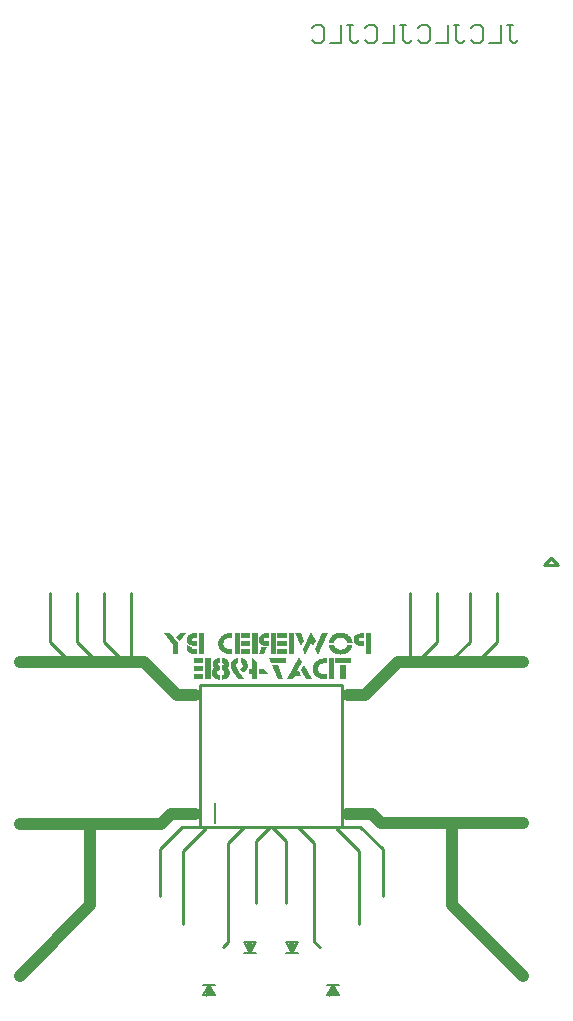
<source format=gbo>
G04*
G04 #@! TF.GenerationSoftware,Altium Limited,Altium Designer,20.0.13 (296)*
G04*
G04 Layer_Color=32896*
%FSLAX44Y44*%
%MOMM*%
G71*
G01*
G75*
%ADD11C,0.2000*%
%ADD12C,0.2540*%
%ADD14C,0.2032*%
%ADD83C,1.0000*%
%ADD84C,0.1524*%
G36*
X67564Y718486D02*
X54266D01*
Y722512D01*
X67564D01*
Y718486D01*
D02*
G37*
G36*
X12456D02*
X-148D01*
X-1619Y722512D01*
X12456D01*
Y718486D01*
D02*
G37*
G36*
X-57616Y718486D02*
X-65500D01*
Y722512D01*
X-57616D01*
Y718486D01*
D02*
G37*
G36*
Y711657D02*
X-65500D01*
Y715682D01*
X-57616D01*
Y711657D01*
D02*
G37*
G36*
X-25467Y722790D02*
X-24967Y722651D01*
X-24468Y722512D01*
X-24023Y722373D01*
X-23607Y722207D01*
X-23218Y722012D01*
X-22857Y721846D01*
X-22552Y721651D01*
X-22274Y721485D01*
X-22025Y721318D01*
X-21830Y721179D01*
X-21664Y721040D01*
X-21525Y720929D01*
X-21442Y720846D01*
X-21386Y720791D01*
X-21358Y720763D01*
X-21081Y720430D01*
X-20831Y720097D01*
X-20609Y719736D01*
X-20442Y719375D01*
X-20276Y719014D01*
X-20137Y718653D01*
X-19943Y717959D01*
X-19887Y717626D01*
X-19831Y717348D01*
X-19804Y717070D01*
X-19776Y716849D01*
X-19748Y716654D01*
Y716515D01*
Y716432D01*
Y716404D01*
X-19776Y715988D01*
X-19804Y715599D01*
X-19970Y714877D01*
X-20192Y714239D01*
X-20470Y713684D01*
X-20581Y713434D01*
X-20720Y713212D01*
X-20831Y713045D01*
X-20942Y712878D01*
X-21025Y712767D01*
X-21109Y712684D01*
X-21136Y712629D01*
X-21164Y712601D01*
X-21303Y712406D01*
X-21469Y712184D01*
X-21692Y711990D01*
X-21914Y711796D01*
X-22385Y711435D01*
X-22913Y711102D01*
X-23385Y710824D01*
X-23607Y710713D01*
X-23774Y710630D01*
X-23940Y710546D01*
X-24051Y710491D01*
X-24135Y710435D01*
X-24162D01*
X-26300Y713822D01*
X-25884Y714072D01*
X-25523Y714294D01*
X-25245Y714461D01*
X-25023Y714628D01*
X-24884Y714738D01*
X-24773Y714822D01*
X-24718Y714877D01*
X-24690Y714905D01*
X-24523Y715127D01*
X-24384Y715377D01*
X-24301Y715655D01*
X-24218Y715877D01*
X-24190Y716099D01*
X-24162Y716265D01*
Y716404D01*
Y716432D01*
X-24190Y716737D01*
X-24218Y717043D01*
X-24301Y717265D01*
X-24384Y717487D01*
X-24440Y717626D01*
X-24523Y717765D01*
X-24551Y717820D01*
X-24579Y717848D01*
X-24773Y718042D01*
X-24967Y718237D01*
X-25467Y718514D01*
X-25689Y718625D01*
X-25856Y718708D01*
X-25967Y718736D01*
X-26022Y718764D01*
Y722873D01*
X-25467Y722790D01*
D02*
G37*
G36*
X-2397Y709103D02*
X-10170Y709103D01*
Y713128D01*
X-6089D01*
X-2397Y709103D01*
D02*
G37*
G36*
X63150Y704855D02*
X58625D01*
Y716737D01*
X63150D01*
Y704855D01*
D02*
G37*
G36*
X53544D02*
X49019D01*
Y722512D01*
X53544D01*
Y704855D01*
D02*
G37*
G36*
X47159Y718486D02*
X46493D01*
X45854Y718459D01*
X45271Y718403D01*
X44743Y718348D01*
X44271Y718292D01*
X43827Y718237D01*
X43411Y718153D01*
X43078Y718070D01*
X42772Y717987D01*
X42495Y717931D01*
X42273Y717848D01*
X42078Y717792D01*
X41940Y717737D01*
X41856Y717681D01*
X41801Y717654D01*
X41773D01*
X41384Y717431D01*
X41051Y717182D01*
X40746Y716876D01*
X40496Y716571D01*
X40301Y716238D01*
X40107Y715905D01*
X39968Y715571D01*
X39857Y715238D01*
X39691Y714628D01*
X39635Y714350D01*
X39608Y714100D01*
X39580Y713906D01*
Y713767D01*
Y713656D01*
Y713628D01*
X39608Y713128D01*
X39691Y712656D01*
X39802Y712240D01*
X39941Y711851D01*
X40107Y711490D01*
X40301Y711157D01*
X40524Y710880D01*
X40718Y710630D01*
X40940Y710408D01*
X41162Y710213D01*
X41357Y710074D01*
X41523Y709936D01*
X41662Y709825D01*
X41773Y709769D01*
X41856Y709741D01*
X41884Y709714D01*
X42217Y709575D01*
X42606Y709436D01*
X43439Y709242D01*
X44327Y709075D01*
X45188Y708992D01*
X45576Y708964D01*
X45937Y708936D01*
X46298Y708908D01*
X46576D01*
X46826Y708881D01*
X47159D01*
Y704855D01*
X45271D01*
X44494Y704883D01*
X43744Y704939D01*
X43022Y705050D01*
X42356Y705188D01*
X41717Y705355D01*
X41134Y705549D01*
X40607Y705744D01*
X40107Y705938D01*
X39691Y706132D01*
X39302Y706327D01*
X38969Y706521D01*
X38691Y706687D01*
X38469Y706826D01*
X38330Y706937D01*
X38219Y706993D01*
X38192Y707021D01*
X37636Y707493D01*
X37164Y707992D01*
X36748Y708520D01*
X36387Y709075D01*
X36082Y709630D01*
X35832Y710185D01*
X35638Y710713D01*
X35471Y711240D01*
X35332Y711740D01*
X35249Y712184D01*
X35166Y712601D01*
X35138Y712962D01*
X35110Y713239D01*
X35082Y713462D01*
Y713600D01*
Y713656D01*
X35110Y714433D01*
X35249Y715183D01*
X35415Y715877D01*
X35665Y716515D01*
X35943Y717126D01*
X36248Y717681D01*
X36581Y718181D01*
X36915Y718653D01*
X37275Y719070D01*
X37609Y719403D01*
X37914Y719708D01*
X38192Y719986D01*
X38442Y720180D01*
X38608Y720319D01*
X38719Y720402D01*
X38775Y720430D01*
X39247Y720791D01*
X39746Y721124D01*
X40274Y721402D01*
X40801Y721624D01*
X41384Y721846D01*
X41940Y722012D01*
X42495Y722151D01*
X43022Y722262D01*
X43522Y722345D01*
X43994Y722401D01*
X44438Y722456D01*
X44799Y722484D01*
X45104Y722512D01*
X47159D01*
Y718486D01*
D02*
G37*
G36*
X34249Y704855D02*
X29391D01*
X24921Y712851D01*
X27392Y717015D01*
X34249Y704855D01*
D02*
G37*
G36*
X26309Y719125D02*
X21951Y711768D01*
X23589D01*
X25588Y707715D01*
X19952D01*
X18258Y704855D01*
X13372D01*
X23839Y723345D01*
X26309Y719125D01*
D02*
G37*
G36*
X9957Y704855D02*
X5293D01*
X685Y716737D01*
X5377D01*
X9957Y704855D01*
D02*
G37*
G36*
X-12086Y719069D02*
Y704855D01*
X-16611D01*
Y709103D01*
X-18915D01*
Y713128D01*
X-16611D01*
Y723067D01*
X-12086Y719069D01*
D02*
G37*
G36*
X-27938Y718764D02*
X-28299Y718625D01*
X-28577Y718486D01*
X-28826Y718348D01*
X-29049Y718209D01*
X-29187Y718070D01*
X-29298Y717959D01*
X-29354Y717903D01*
X-29382Y717876D01*
X-29548Y717654D01*
X-29659Y717431D01*
X-29743Y717237D01*
X-29798Y717043D01*
X-29826Y716849D01*
X-29854Y716710D01*
Y716626D01*
Y716599D01*
X-29826Y716404D01*
X-29798Y716182D01*
X-29632Y715655D01*
X-29409Y715099D01*
X-29132Y714516D01*
X-28854Y714017D01*
X-28743Y713795D01*
X-28632Y713572D01*
X-28549Y713406D01*
X-28465Y713295D01*
X-28438Y713212D01*
X-28410Y713184D01*
X-27966Y712434D01*
X-27466Y711685D01*
X-26994Y710935D01*
X-26522Y710269D01*
X-26300Y709936D01*
X-26106Y709658D01*
X-25939Y709408D01*
X-25800Y709186D01*
X-25661Y709019D01*
X-25578Y708881D01*
X-25523Y708797D01*
X-25495Y708770D01*
X-25106Y708214D01*
X-24745Y707715D01*
X-24440Y707271D01*
X-24162Y706854D01*
X-23912Y706493D01*
X-23718Y706188D01*
X-23551Y705910D01*
X-23413Y705660D01*
X-23274Y705466D01*
X-23191Y705272D01*
X-23107Y705133D01*
X-23052Y705022D01*
X-23024Y704966D01*
X-22996Y704911D01*
X-22968Y704855D01*
X-27882D01*
X-28465Y705660D01*
X-28993Y706438D01*
X-29493Y707159D01*
X-29965Y707770D01*
X-30159Y708048D01*
X-30326Y708298D01*
X-30464Y708520D01*
X-30603Y708714D01*
X-30714Y708853D01*
X-30798Y708964D01*
X-30825Y709019D01*
X-30853Y709047D01*
X-31464Y709936D01*
X-31991Y710769D01*
X-32463Y711546D01*
X-32852Y712268D01*
X-33185Y712934D01*
X-33463Y713545D01*
X-33685Y714100D01*
X-33879Y714600D01*
X-34018Y715044D01*
X-34101Y715433D01*
X-34185Y715766D01*
X-34240Y716043D01*
X-34268Y716238D01*
X-34295Y716404D01*
Y716488D01*
Y716515D01*
X-34268Y716987D01*
X-34212Y717459D01*
X-34129Y717876D01*
X-34018Y718292D01*
X-33907Y718681D01*
X-33740Y719042D01*
X-33602Y719375D01*
X-33435Y719652D01*
X-33268Y719930D01*
X-33129Y720152D01*
X-32963Y720374D01*
X-32852Y720541D01*
X-32741Y720680D01*
X-32657Y720763D01*
X-32602Y720818D01*
X-32574Y720846D01*
X-32241Y721152D01*
X-31880Y721429D01*
X-31519Y721679D01*
X-31131Y721901D01*
X-30353Y722262D01*
X-29632Y722512D01*
X-29271Y722623D01*
X-28965Y722706D01*
X-28660Y722762D01*
X-28438Y722817D01*
X-28216Y722873D01*
X-28077D01*
X-27966Y722901D01*
X-27938D01*
Y718764D01*
D02*
G37*
G36*
X-51175Y704855D02*
X-55700D01*
Y722512D01*
X-51175D01*
Y704855D01*
D02*
G37*
G36*
X-57616D02*
X-65500D01*
Y708881D01*
X-57616D01*
Y704855D01*
D02*
G37*
G36*
X-41403Y722873D02*
X-40903Y722845D01*
X-40459Y722762D01*
X-40015Y722679D01*
X-39626Y722568D01*
X-39237Y722429D01*
X-38904Y722290D01*
X-38599Y722179D01*
X-38321Y722040D01*
X-38099Y721901D01*
X-37877Y721762D01*
X-37710Y721651D01*
X-37571Y721568D01*
X-37488Y721485D01*
X-37433Y721457D01*
X-37405Y721429D01*
X-37099Y721152D01*
X-36850Y720846D01*
X-36628Y720513D01*
X-36433Y720208D01*
X-36294Y719874D01*
X-36156Y719541D01*
X-35961Y718931D01*
X-35822Y718375D01*
X-35795Y718153D01*
X-35767Y717931D01*
X-35739Y717765D01*
Y717654D01*
Y717570D01*
Y717542D01*
X-35767Y717209D01*
X-35795Y716904D01*
X-35850Y716626D01*
X-35906Y716376D01*
X-35961Y716154D01*
X-36017Y715988D01*
X-36072Y715877D01*
Y715849D01*
X-36211Y715571D01*
X-36378Y715294D01*
X-36516Y715072D01*
X-36655Y714877D01*
X-36794Y714738D01*
X-36905Y714600D01*
X-36961Y714544D01*
X-36988Y714516D01*
X-36683Y714239D01*
X-36405Y713961D01*
X-36183Y713656D01*
X-35961Y713378D01*
X-35822Y713128D01*
X-35684Y712934D01*
X-35628Y712795D01*
X-35600Y712740D01*
X-35434Y712323D01*
X-35295Y711935D01*
X-35212Y711546D01*
X-35128Y711185D01*
X-35101Y710907D01*
X-35073Y710658D01*
Y710519D01*
Y710491D01*
Y710463D01*
X-35101Y709963D01*
X-35156Y709492D01*
X-35239Y709047D01*
X-35378Y708631D01*
X-35517Y708242D01*
X-35684Y707881D01*
X-35878Y707548D01*
X-36044Y707243D01*
X-36239Y706965D01*
X-36405Y706743D01*
X-36572Y706549D01*
X-36711Y706382D01*
X-36850Y706243D01*
X-36933Y706160D01*
X-36988Y706105D01*
X-37016Y706077D01*
X-37349Y705827D01*
X-37710Y705605D01*
X-38488Y705244D01*
X-39320Y704966D01*
X-40098Y704744D01*
X-40459Y704661D01*
X-40792Y704605D01*
X-41097Y704550D01*
X-41375Y704522D01*
X-41597Y704494D01*
X-41764Y704466D01*
X-41902D01*
Y708409D01*
X-41486Y708492D01*
X-41097Y708575D01*
X-40792Y708686D01*
X-40570Y708797D01*
X-40375Y708881D01*
X-40237Y708964D01*
X-40153Y709019D01*
X-40126Y709047D01*
X-39931Y709242D01*
X-39792Y709464D01*
X-39709Y709714D01*
X-39654Y709936D01*
X-39598Y710130D01*
X-39570Y710297D01*
Y710408D01*
Y710435D01*
X-39598Y710741D01*
X-39654Y710991D01*
X-39737Y711240D01*
X-39848Y711407D01*
X-39931Y711546D01*
X-40015Y711657D01*
X-40070Y711712D01*
X-40098Y711740D01*
X-40348Y711907D01*
X-40625Y712046D01*
X-41208Y712212D01*
X-41486Y712296D01*
X-41708Y712323D01*
X-41847Y712351D01*
X-41902D01*
Y716293D01*
X-41597Y716376D01*
X-41347Y716432D01*
X-41153Y716515D01*
X-41014Y716571D01*
X-40903Y716599D01*
X-40820Y716626D01*
X-40764Y716654D01*
X-40598Y716849D01*
X-40486Y717043D01*
X-40375Y717209D01*
X-40320Y717376D01*
X-40292Y717487D01*
X-40264Y717598D01*
Y717654D01*
Y717681D01*
X-40292Y717848D01*
X-40320Y718015D01*
X-40459Y718264D01*
X-40570Y718431D01*
X-40598Y718486D01*
X-40625D01*
X-40792Y718597D01*
X-40986Y718708D01*
X-41403Y718847D01*
X-41597Y718903D01*
X-41764Y718931D01*
X-41875Y718958D01*
X-41902D01*
Y722901D01*
X-41403Y722873D01*
D02*
G37*
G36*
X-43596Y718986D02*
X-43874Y718903D01*
X-44123Y718820D01*
X-44318Y718708D01*
X-44484Y718625D01*
X-44623Y718542D01*
X-44706Y718486D01*
X-44762Y718459D01*
X-44790Y718431D01*
X-44928Y718292D01*
X-45012Y718181D01*
X-45123Y717931D01*
X-45178Y717765D01*
Y717709D01*
Y717681D01*
X-45150Y717459D01*
X-45123Y717293D01*
X-45067Y717126D01*
X-45012Y716987D01*
X-44928Y716904D01*
X-44873Y716821D01*
X-44845Y716793D01*
X-44817Y716765D01*
X-44679Y716654D01*
X-44484Y716571D01*
X-44096Y716432D01*
X-43901Y716376D01*
X-43735Y716349D01*
X-43624Y716321D01*
X-43596D01*
Y712379D01*
X-43984Y712296D01*
X-44345Y712184D01*
X-44651Y712073D01*
X-44873Y711962D01*
X-45067Y711879D01*
X-45206Y711796D01*
X-45289Y711740D01*
X-45317Y711712D01*
X-45511Y711518D01*
X-45650Y711324D01*
X-45761Y711102D01*
X-45817Y710907D01*
X-45872Y710741D01*
X-45900Y710602D01*
Y710491D01*
Y710463D01*
X-45872Y710130D01*
X-45789Y709825D01*
X-45678Y709547D01*
X-45567Y709325D01*
X-45428Y709131D01*
X-45317Y708992D01*
X-45234Y708908D01*
X-45206Y708881D01*
X-45040Y708770D01*
X-44790Y708686D01*
X-44540Y708603D01*
X-44262Y708520D01*
X-44012Y708492D01*
X-43790Y708437D01*
X-43651Y708409D01*
X-43596D01*
Y704439D01*
X-44179Y704522D01*
X-44734Y704605D01*
X-45234Y704716D01*
X-45706Y704855D01*
X-46150Y704966D01*
X-46539Y705105D01*
X-46900Y705244D01*
X-47233Y705383D01*
X-47510Y705521D01*
X-47760Y705660D01*
X-47982Y705771D01*
X-48149Y705882D01*
X-48288Y705966D01*
X-48371Y706021D01*
X-48426Y706077D01*
X-48454D01*
X-48787Y706382D01*
X-49065Y706715D01*
X-49343Y707048D01*
X-49537Y707409D01*
X-49731Y707770D01*
X-49870Y708131D01*
X-50120Y708853D01*
X-50175Y709186D01*
X-50231Y709492D01*
X-50286Y709741D01*
X-50314Y709991D01*
X-50342Y710185D01*
Y710324D01*
Y710435D01*
Y710463D01*
X-50314Y710907D01*
X-50259Y711324D01*
X-50175Y711712D01*
X-50092Y712046D01*
X-49981Y712323D01*
X-49898Y712545D01*
X-49842Y712684D01*
X-49815Y712740D01*
X-49620Y713128D01*
X-49398Y713462D01*
X-49204Y713767D01*
X-48982Y714044D01*
X-48815Y714239D01*
X-48676Y714405D01*
X-48565Y714489D01*
X-48538Y714516D01*
X-48871Y714988D01*
X-49009Y715210D01*
X-49120Y715433D01*
X-49232Y715599D01*
X-49287Y715738D01*
X-49343Y715849D01*
Y715877D01*
X-49454Y716182D01*
X-49509Y716460D01*
X-49565Y716737D01*
X-49620Y717015D01*
Y717209D01*
X-49648Y717404D01*
Y717515D01*
Y717542D01*
X-49620Y717987D01*
X-49565Y718403D01*
X-49481Y718792D01*
X-49398Y719181D01*
X-49120Y719847D01*
X-48982Y720124D01*
X-48815Y720402D01*
X-48649Y720624D01*
X-48510Y720846D01*
X-48371Y721013D01*
X-48232Y721152D01*
X-48149Y721290D01*
X-48066Y721374D01*
X-48010Y721402D01*
X-47982Y721429D01*
X-47649Y721679D01*
X-47316Y721929D01*
X-46955Y722123D01*
X-46594Y722290D01*
X-45872Y722540D01*
X-45178Y722706D01*
X-44845Y722790D01*
X-44540Y722817D01*
X-44290Y722845D01*
X-44040Y722873D01*
X-43846Y722901D01*
X-43596D01*
Y718986D01*
D02*
G37*
G36*
X12928Y739837D02*
X5043Y739837D01*
Y743862D01*
X12928Y743862D01*
Y739837D01*
D02*
G37*
G36*
X-17888Y739837D02*
X-25773D01*
Y743862D01*
X-17888D01*
Y739837D01*
D02*
G37*
G36*
X-77577Y737005D02*
X-80353Y740253D01*
X-77632Y743862D01*
X-72386D01*
X-77577Y737005D01*
D02*
G37*
G36*
X59402Y744279D02*
X60096Y744223D01*
X60734Y744112D01*
X61373Y743973D01*
X61956Y743807D01*
X62511Y743640D01*
X63039Y743446D01*
X63483Y743251D01*
X63927Y743057D01*
X64288Y742863D01*
X64621Y742696D01*
X64899Y742530D01*
X65121Y742391D01*
X65259Y742280D01*
X65371Y742224D01*
X65398Y742197D01*
X65926Y741752D01*
X66425Y741253D01*
X66842Y740753D01*
X67231Y740225D01*
X67564Y739698D01*
X67841Y739170D01*
X68064Y738671D01*
X68286Y738171D01*
X68452Y737699D01*
X68563Y737255D01*
X68674Y736866D01*
X68758Y736533D01*
X68813Y736255D01*
X68841Y736033D01*
X68869Y735922D01*
Y735867D01*
X64427D01*
X64177Y736644D01*
X63844Y737310D01*
X63510Y737866D01*
X63177Y738310D01*
X62844Y738671D01*
X62594Y738921D01*
X62483Y739004D01*
X62400Y739059D01*
X62372Y739115D01*
X62344D01*
X61761Y739476D01*
X61123Y739753D01*
X60512Y739948D01*
X59957Y740059D01*
X59457Y740142D01*
X59235Y740170D01*
X59068D01*
X58902Y740198D01*
X58708D01*
X57986Y740142D01*
X57319Y740031D01*
X56709Y739837D01*
X56181Y739642D01*
X55737Y739420D01*
X55571Y739337D01*
X55432Y739226D01*
X55321Y739170D01*
X55237Y739115D01*
X55182Y739059D01*
X55154D01*
X54599Y738587D01*
X54155Y738088D01*
X53766Y737560D01*
X53488Y737033D01*
X53266Y736589D01*
X53183Y736366D01*
X53100Y736200D01*
X53044Y736061D01*
X53016Y735950D01*
X52989Y735894D01*
Y735867D01*
X48519D01*
X48658Y736616D01*
X48852Y737310D01*
X49074Y737949D01*
X49324Y738560D01*
X49574Y739115D01*
X49879Y739642D01*
X50185Y740114D01*
X50462Y740531D01*
X50768Y740892D01*
X51045Y741225D01*
X51295Y741475D01*
X51517Y741725D01*
X51684Y741891D01*
X51850Y742002D01*
X51934Y742085D01*
X51961Y742113D01*
X52489Y742502D01*
X53072Y742835D01*
X53627Y743140D01*
X54210Y743390D01*
X54765Y743585D01*
X55321Y743779D01*
X55876Y743918D01*
X56376Y744029D01*
X56848Y744112D01*
X57292Y744195D01*
X57680Y744251D01*
X58014Y744279D01*
X58291Y744306D01*
X58680D01*
X59402Y744279D01*
D02*
G37*
G36*
X78141Y739837D02*
X76337D01*
X75948Y739809D01*
X75615Y739753D01*
X75337Y739726D01*
X75143Y739670D01*
X74976Y739615D01*
X74893Y739587D01*
X74865D01*
X74588Y739448D01*
X74393Y739281D01*
X74254Y739115D01*
X74171Y738921D01*
X74088Y738754D01*
X74060Y738615D01*
Y738504D01*
Y738476D01*
X74088Y738143D01*
X74143Y737893D01*
X74254Y737671D01*
X74366Y737533D01*
X74477Y737421D01*
X74588Y737338D01*
X74643Y737283D01*
X74671D01*
X74949Y737199D01*
X75282Y737144D01*
X75615Y737088D01*
X75948Y737060D01*
X76281D01*
X76531Y737033D01*
X76753D01*
X78141Y737088D01*
Y733035D01*
X76392D01*
X75865Y733063D01*
X75365Y733091D01*
X74865Y733146D01*
X74421Y733229D01*
X74005Y733313D01*
X73644Y733424D01*
X73283Y733535D01*
X72977Y733646D01*
X72672Y733757D01*
X72422Y733840D01*
X72228Y733951D01*
X72034Y734034D01*
X71895Y734118D01*
X71811Y734173D01*
X71756Y734229D01*
X71728D01*
X71367Y734506D01*
X71034Y734812D01*
X70756Y735145D01*
X70534Y735478D01*
X70312Y735839D01*
X70146Y736172D01*
X70007Y736533D01*
X69896Y736866D01*
X69812Y737199D01*
X69757Y737505D01*
X69701Y737782D01*
X69674Y738004D01*
X69646Y738199D01*
Y738365D01*
Y738449D01*
Y738476D01*
X69674Y739004D01*
X69729Y739476D01*
X69840Y739920D01*
X69979Y740309D01*
X70118Y740670D01*
X70285Y741003D01*
X70479Y741280D01*
X70673Y741530D01*
X70868Y741752D01*
X71062Y741947D01*
X71228Y742085D01*
X71367Y742197D01*
X71506Y742308D01*
X71617Y742363D01*
X71673Y742419D01*
X71700D01*
X72061Y742669D01*
X72450Y742891D01*
X72866Y743085D01*
X73283Y743251D01*
X74116Y743501D01*
X74893Y743696D01*
X75254Y743751D01*
X75615Y743779D01*
X75892Y743807D01*
X76170Y743835D01*
X76364Y743862D01*
X78141D01*
Y739837D01*
D02*
G37*
G36*
X-2175Y739837D02*
X-3979D01*
X-4368Y739809D01*
X-4701Y739753D01*
X-4979Y739726D01*
X-5173Y739670D01*
X-5340Y739615D01*
X-5423Y739587D01*
X-5451D01*
X-5728Y739448D01*
X-5923Y739281D01*
X-6062Y739115D01*
X-6145Y738921D01*
X-6228Y738754D01*
X-6256Y738615D01*
Y738504D01*
Y738476D01*
X-6228Y738171D01*
X-6117Y737921D01*
X-5978Y737699D01*
X-5812Y737532D01*
X-5617Y737421D01*
X-5479Y737310D01*
X-5368Y737283D01*
X-5340Y737255D01*
X-5062Y737199D01*
X-4757Y737144D01*
X-4396Y737116D01*
X-4063Y737088D01*
X-3757Y737060D01*
X-2175D01*
Y733035D01*
X-3924D01*
X-4451Y733063D01*
X-4979Y733091D01*
X-5451Y733146D01*
X-5895Y733229D01*
X-6311Y733313D01*
X-6700Y733424D01*
X-7061Y733535D01*
X-7366Y733646D01*
X-7672Y733757D01*
X-7922Y733840D01*
X-8116Y733951D01*
X-8310Y734034D01*
X-8449Y734118D01*
X-8532Y734173D01*
X-8588Y734229D01*
X-8616D01*
X-8977Y734506D01*
X-9282Y734812D01*
X-9560Y735145D01*
X-9809Y735478D01*
X-10004Y735839D01*
X-10170Y736200D01*
X-10309Y736533D01*
X-10420Y736894D01*
X-10503Y737199D01*
X-10559Y737505D01*
X-10615Y737782D01*
X-10642Y738004D01*
X-10670Y738199D01*
Y738365D01*
Y738449D01*
Y738476D01*
X-10642Y738976D01*
X-10559Y739448D01*
X-10420Y739892D01*
X-10254Y740309D01*
X-10032Y740670D01*
X-9809Y741031D01*
X-9560Y741336D01*
X-9310Y741641D01*
X-9060Y741891D01*
X-8810Y742113D01*
X-8588Y742280D01*
X-8366Y742446D01*
X-8199Y742557D01*
X-8061Y742668D01*
X-7977Y742696D01*
X-7949Y742724D01*
X-7672Y742918D01*
X-7366Y743113D01*
X-6672Y743390D01*
X-5978Y743585D01*
X-5257Y743723D01*
X-4951Y743779D01*
X-4646Y743807D01*
X-4368Y743835D01*
X-4118D01*
X-3924Y743862D01*
X-2175D01*
Y739837D01*
D02*
G37*
G36*
X12928Y733007D02*
X5043Y733007D01*
Y737033D01*
X12928Y737033D01*
Y733007D01*
D02*
G37*
G36*
X-17888Y733007D02*
X-25773D01*
Y737033D01*
X-17888D01*
Y733007D01*
D02*
G37*
G36*
X-63002Y739837D02*
X-65029D01*
X-65389Y739809D01*
X-65695Y739753D01*
X-65945Y739726D01*
X-66139Y739670D01*
X-66278Y739615D01*
X-66361Y739587D01*
X-66389D01*
X-66639Y739448D01*
X-66805Y739281D01*
X-66944Y739115D01*
X-67027Y738921D01*
X-67083Y738754D01*
X-67111Y738643D01*
Y738532D01*
Y738504D01*
X-67055Y738171D01*
X-66944Y737866D01*
X-66778Y737616D01*
X-66583Y737449D01*
X-66361Y737283D01*
X-66195Y737199D01*
X-66083Y737144D01*
X-66028Y737116D01*
X-65861Y737088D01*
X-65639Y737060D01*
X-65362D01*
X-65056Y737033D01*
X-63002D01*
Y733007D01*
X-64640D01*
X-65195Y733035D01*
X-65723Y733063D01*
X-66195Y733118D01*
X-66666Y733202D01*
X-67083Y733285D01*
X-67472Y733396D01*
X-67832Y733507D01*
X-68166Y733618D01*
X-68443Y733729D01*
X-68693Y733812D01*
X-68915Y733923D01*
X-69082Y734007D01*
X-69221Y734090D01*
X-69332Y734145D01*
X-69387Y734201D01*
X-69415D01*
X-69776Y734479D01*
X-70109Y734784D01*
X-70387Y735117D01*
X-70609Y735478D01*
X-70831Y735839D01*
X-70997Y736200D01*
X-71136Y736561D01*
X-71247Y736894D01*
X-71330Y737227D01*
X-71386Y737532D01*
X-71442Y737810D01*
X-71469Y738060D01*
X-71497Y738254D01*
Y738393D01*
Y738504D01*
Y738532D01*
X-71469Y739059D01*
X-71414Y739559D01*
X-71303Y740003D01*
X-71164Y740392D01*
X-70997Y740753D01*
X-70803Y741086D01*
X-70609Y741364D01*
X-70414Y741613D01*
X-70192Y741836D01*
X-69998Y742030D01*
X-69804Y742169D01*
X-69637Y742308D01*
X-69498Y742391D01*
X-69387Y742446D01*
X-69332Y742502D01*
X-69304D01*
X-68915Y742752D01*
X-68527Y742946D01*
X-68110Y743140D01*
X-67694Y743279D01*
X-66833Y743529D01*
X-66028Y743696D01*
X-65667Y743751D01*
X-65334Y743779D01*
X-65029Y743835D01*
X-64751D01*
X-64556Y743862D01*
X-63002D01*
Y739837D01*
D02*
G37*
G36*
X28086Y737421D02*
X25476Y732813D01*
X20396Y743945D01*
X25171D01*
X28086Y737421D01*
D02*
G37*
G36*
X37858Y737283D02*
X35637Y732563D01*
X34027Y735617D01*
X28725Y725678D01*
X26476Y730314D01*
X34027Y744417D01*
X37858Y737283D01*
D02*
G37*
G36*
X68730Y733396D02*
X68535Y732702D01*
X68286Y732036D01*
X67980Y731425D01*
X67675Y730870D01*
X67342Y730342D01*
X66981Y729870D01*
X66648Y729426D01*
X66287Y729065D01*
X65954Y728732D01*
X65648Y728454D01*
X65398Y728204D01*
X65176Y728038D01*
X64982Y727899D01*
X64871Y727816D01*
X64843Y727788D01*
X64399Y727427D01*
X63927Y727122D01*
X63427Y726844D01*
X62900Y726594D01*
X62400Y726400D01*
X61900Y726233D01*
X61401Y726094D01*
X60901Y725983D01*
X60457Y725900D01*
X60040Y725845D01*
X59679Y725789D01*
X59346Y725761D01*
X59068D01*
X58874Y725733D01*
X58708D01*
X57986Y725761D01*
X57292Y725817D01*
X56625Y725928D01*
X55987Y726067D01*
X55404Y726206D01*
X54849Y726400D01*
X54349Y726594D01*
X53877Y726788D01*
X53461Y726983D01*
X53100Y727149D01*
X52766Y727344D01*
X52517Y727483D01*
X52295Y727621D01*
X52128Y727732D01*
X52045Y727788D01*
X52017Y727816D01*
X51490Y728260D01*
X51045Y728732D01*
X50629Y729204D01*
X50268Y729731D01*
X49935Y730259D01*
X49657Y730786D01*
X49407Y731314D01*
X49185Y731813D01*
X49019Y732285D01*
X48880Y732730D01*
X48769Y733118D01*
X48685Y733479D01*
X48630Y733757D01*
X48574Y733951D01*
X48547Y734090D01*
Y734146D01*
X52989D01*
X53266Y733396D01*
X53627Y732730D01*
X54016Y732147D01*
X54432Y731647D01*
X54904Y731230D01*
X55376Y730870D01*
X55848Y730592D01*
X56320Y730370D01*
X56792Y730175D01*
X57236Y730037D01*
X57625Y729953D01*
X57986Y729870D01*
X58263Y729842D01*
X58485Y729815D01*
X58680D01*
X59457Y729870D01*
X60151Y729981D01*
X60762Y730148D01*
X61290Y730342D01*
X61734Y730509D01*
X61900Y730592D01*
X62039Y730675D01*
X62150Y730759D01*
X62233Y730786D01*
X62289Y730842D01*
X62317D01*
X62594Y731064D01*
X62816Y731286D01*
X63261Y731813D01*
X63622Y732341D01*
X63899Y732896D01*
X64121Y733368D01*
X64205Y733590D01*
X64288Y733785D01*
X64343Y733923D01*
X64371Y734034D01*
X64399Y734118D01*
Y734146D01*
X68869D01*
X68730Y733396D01*
D02*
G37*
G36*
X84582Y726206D02*
X80057D01*
Y743862D01*
X84582D01*
Y726206D01*
D02*
G37*
G36*
X19369D02*
X14843D01*
Y743862D01*
X19369D01*
Y726206D01*
D02*
G37*
G36*
X12928D02*
X5043Y726206D01*
Y730231D01*
X12928Y730231D01*
Y726206D01*
D02*
G37*
G36*
X4266Y726206D02*
X-259D01*
Y743862D01*
X4266D01*
Y726206D01*
D02*
G37*
G36*
X-7727Y732535D02*
X-7366Y732369D01*
X-7033Y732258D01*
X-6728Y732147D01*
X-6478Y732091D01*
X-6311Y732036D01*
X-6173Y732008D01*
X-6145D01*
X-5784Y731952D01*
X-5395Y731925D01*
X-5007Y731897D01*
X-4646D01*
X-4313Y731869D01*
X-3813D01*
X-5950Y726206D01*
X-10587D01*
X-8144Y732702D01*
X-7727Y732535D01*
D02*
G37*
G36*
X-11447Y726206D02*
X-15973D01*
Y743862D01*
X-11447D01*
Y726206D01*
D02*
G37*
G36*
X-17888D02*
X-25773D01*
Y730231D01*
X-17888D01*
Y726206D01*
D02*
G37*
G36*
X-26550D02*
X-31075D01*
Y743862D01*
X-26550D01*
Y726206D01*
D02*
G37*
G36*
X-32935Y739837D02*
X-33602D01*
X-34240Y739809D01*
X-34823Y739753D01*
X-35351Y739698D01*
X-35823Y739642D01*
X-36267Y739587D01*
X-36683Y739504D01*
X-37016Y739420D01*
X-37322Y739337D01*
X-37599Y739281D01*
X-37822Y739198D01*
X-38016Y739143D01*
X-38155Y739087D01*
X-38238Y739032D01*
X-38293Y739004D01*
X-38321D01*
X-38710Y738782D01*
X-39043Y738532D01*
X-39348Y738226D01*
X-39598Y737921D01*
X-39793Y737588D01*
X-39987Y737255D01*
X-40126Y736922D01*
X-40237Y736589D01*
X-40403Y735978D01*
X-40459Y735700D01*
X-40487Y735450D01*
X-40514Y735256D01*
Y735117D01*
Y735006D01*
Y734978D01*
X-40487Y734479D01*
X-40403Y734007D01*
X-40292Y733590D01*
X-40154Y733202D01*
X-39987Y732841D01*
X-39793Y732507D01*
X-39571Y732230D01*
X-39376Y731980D01*
X-39154Y731758D01*
X-38932Y731564D01*
X-38738Y731425D01*
X-38571Y731286D01*
X-38432Y731175D01*
X-38321Y731119D01*
X-38238Y731092D01*
X-38210Y731064D01*
X-37877Y730925D01*
X-37488Y730786D01*
X-36655Y730592D01*
X-35767Y730425D01*
X-34906Y730342D01*
X-34518Y730314D01*
X-34157Y730286D01*
X-33796Y730259D01*
X-33518D01*
X-33268Y730231D01*
X-32935D01*
Y726206D01*
X-34823D01*
X-35601Y726233D01*
X-36350Y726289D01*
X-37072Y726400D01*
X-37738Y726539D01*
X-38377Y726705D01*
X-38960Y726899D01*
X-39487Y727094D01*
X-39987Y727288D01*
X-40403Y727483D01*
X-40792Y727677D01*
X-41125Y727871D01*
X-41403Y728038D01*
X-41625Y728177D01*
X-41764Y728288D01*
X-41875Y728343D01*
X-41903Y728371D01*
X-42458Y728843D01*
X-42930Y729343D01*
X-43346Y729870D01*
X-43707Y730425D01*
X-44012Y730981D01*
X-44262Y731536D01*
X-44457Y732063D01*
X-44623Y732591D01*
X-44762Y733091D01*
X-44845Y733535D01*
X-44929Y733951D01*
X-44956Y734312D01*
X-44984Y734590D01*
X-45012Y734812D01*
Y734950D01*
Y735006D01*
X-44984Y735783D01*
X-44845Y736533D01*
X-44679Y737227D01*
X-44429Y737866D01*
X-44151Y738476D01*
X-43846Y739032D01*
X-43513Y739531D01*
X-43180Y740003D01*
X-42819Y740420D01*
X-42486Y740753D01*
X-42180Y741058D01*
X-41903Y741336D01*
X-41653Y741530D01*
X-41486Y741669D01*
X-41375Y741752D01*
X-41320Y741780D01*
X-40848Y742141D01*
X-40348Y742474D01*
X-39820Y742752D01*
X-39293Y742974D01*
X-38710Y743196D01*
X-38155Y743363D01*
X-37599Y743501D01*
X-37072Y743612D01*
X-36572Y743696D01*
X-36100Y743751D01*
X-35656Y743807D01*
X-35295Y743835D01*
X-34990Y743862D01*
X-32935D01*
Y739837D01*
D02*
G37*
G36*
X-56589Y726206D02*
X-61114D01*
Y743862D01*
X-56589D01*
Y726206D01*
D02*
G37*
G36*
X-70553Y733646D02*
X-70164Y733368D01*
X-69831Y733146D01*
X-69581Y732952D01*
X-69387Y732841D01*
X-69221Y732730D01*
X-69137Y732702D01*
X-69110Y732674D01*
X-68832Y732563D01*
X-68527Y732480D01*
X-68193Y732396D01*
X-67860Y732313D01*
X-67583Y732285D01*
X-67333Y732230D01*
X-67166Y732202D01*
X-67111D01*
X-67083Y731702D01*
X-67000Y731314D01*
X-66861Y730981D01*
X-66750Y730759D01*
X-66611Y730592D01*
X-66472Y730481D01*
X-66389Y730425D01*
X-66361Y730397D01*
X-66250Y730370D01*
X-66139Y730342D01*
X-65834Y730286D01*
X-65473Y730259D01*
X-65084Y730231D01*
X-64751Y730203D01*
X-64168D01*
X-63002Y730259D01*
Y726206D01*
X-65112D01*
X-65639Y726261D01*
X-66111Y726317D01*
X-66583Y726372D01*
X-67000Y726455D01*
X-67416Y726539D01*
X-67777Y726650D01*
X-68082Y726761D01*
X-68388Y726844D01*
X-68638Y726955D01*
X-68860Y727038D01*
X-69026Y727122D01*
X-69165Y727177D01*
X-69276Y727233D01*
X-69332Y727288D01*
X-69359D01*
X-69748Y727566D01*
X-70081Y727871D01*
X-70387Y728204D01*
X-70637Y728538D01*
X-70859Y728898D01*
X-71053Y729259D01*
X-71192Y729620D01*
X-71303Y729953D01*
X-71386Y730286D01*
X-71469Y730592D01*
X-71525Y730870D01*
X-71553Y731119D01*
X-71580Y731314D01*
Y731452D01*
Y731564D01*
Y731591D01*
X-71553Y731952D01*
X-71525Y732313D01*
X-71497Y732452D01*
X-71469Y732563D01*
X-71442Y732646D01*
Y732674D01*
X-71330Y733146D01*
X-71247Y733368D01*
X-71164Y733562D01*
X-71081Y733729D01*
X-71025Y733868D01*
X-70997Y733951D01*
X-70970Y733979D01*
X-70553Y733646D01*
D02*
G37*
G36*
X-78910Y735312D02*
Y726206D01*
X-83379D01*
Y733979D01*
X-91069Y743862D01*
X-85795D01*
X-78910Y735312D01*
D02*
G37*
G36*
X39302Y725678D02*
X36720Y730203D01*
X42883Y743945D01*
X47631D01*
X39302Y725678D01*
D02*
G37*
D11*
X-47500Y583330D02*
X-47500Y600330D01*
D12*
X-118576Y722630D02*
X-104860D01*
X-118576D02*
Y778002D01*
X-141619Y736346D02*
Y778002D01*
Y736346D02*
X-127903Y722630D01*
X-164663Y736346D02*
Y778002D01*
Y736346D02*
X-150947Y722630D01*
X-187706Y736346D02*
Y778002D01*
Y736346D02*
X-173990Y722630D01*
X117306D02*
Y778002D01*
X140349Y736346D02*
Y778002D01*
X126633Y722630D02*
X140349Y736346D01*
X167965D02*
Y778002D01*
X154249Y722630D02*
X167965Y736346D01*
X177292Y722630D02*
X191008Y736346D01*
Y778002D01*
X-12700Y515112D02*
Y568198D01*
X-40894Y478028D02*
X-36322Y482600D01*
Y566420D01*
X-22860Y579882D01*
X-12700Y568198D02*
X-1016Y579882D01*
X1016D02*
X12700Y568198D01*
X22860Y579882D02*
X36322Y566420D01*
Y482600D02*
Y566420D01*
Y482600D02*
X40894Y478028D01*
X12700Y515112D02*
Y568198D01*
X0Y579882D02*
X1016D01*
X-74422Y559562D02*
X-55118Y578866D01*
X-74422Y497332D02*
Y559562D01*
X74422Y497332D02*
Y559562D01*
X55118Y578866D02*
X74422Y559562D01*
X-75438Y579882D02*
X-59746D01*
X-94234Y561086D02*
X-75438Y579882D01*
X-94234Y520954D02*
Y561086D01*
X94234Y520954D02*
Y561086D01*
X75438Y579882D02*
X94234Y561086D01*
X59746Y579882D02*
X75438D01*
X59746D02*
Y700000D01*
X-60000Y580136D02*
Y700254D01*
X-60254Y579882D02*
X59746D01*
X-60000Y700254D02*
X60000D01*
X231077Y801307D02*
X236791Y807021D01*
X231077Y801307D02*
X242507D01*
X236791Y807021D02*
X242507Y801307D01*
X51816Y438442D02*
X52323Y441211D01*
X51816Y438442D02*
X55372D01*
X52324Y444030D02*
X55372Y438442D01*
X49276Y437680D02*
X52324Y444030D01*
X-17779Y477723D02*
X-17272Y480492D01*
X-20828D02*
X-17272D01*
X-20828D02*
X-17780Y474904D01*
X-14732Y481254D01*
X-52832Y438442D02*
X-52325Y441211D01*
X-52832Y438442D02*
X-49276D01*
X-52324Y444030D02*
X-49276Y438442D01*
X-55372Y437680D02*
X-52324Y444030D01*
X17781Y477723D02*
X18288Y480492D01*
X14732D02*
X18288D01*
X14732D02*
X17780Y474904D01*
X20828Y481254D01*
D14*
X47244Y445922D02*
X57404D01*
X52324D02*
X57404Y437032D01*
X47244D02*
X57404D01*
X47244D02*
X52324Y445922D01*
X-22860Y473012D02*
X-12700D01*
X-22860Y481902D02*
X-17780Y473012D01*
X-22860Y481902D02*
X-12700D01*
X-17780Y473012D02*
X-12700Y481902D01*
X-57404Y445922D02*
X-47244D01*
X-52324D02*
X-47244Y437032D01*
X-57404D02*
X-47244D01*
X-57404D02*
X-52324Y445922D01*
X12700Y473012D02*
X22860D01*
X12700Y481902D02*
X17780Y473012D01*
X12700Y481902D02*
X22860D01*
X17780Y473012D02*
X22860Y481902D01*
D83*
X107696Y719582D02*
X213106D01*
X79756Y691642D02*
X107696Y719582D01*
X64770Y691642D02*
X79756D01*
X93218Y582676D02*
X213106D01*
X85090Y590804D02*
X93218Y582676D01*
X64262Y590804D02*
X85090D01*
X153162Y513588D02*
Y582676D01*
Y513588D02*
X213106Y453644D01*
X-213106Y453390D02*
X-153162Y513334D01*
Y582422D01*
X-85090Y590550D02*
X-64262D01*
X-93218Y582422D02*
X-85090Y590550D01*
X-213106Y582422D02*
X-93218D01*
X-79756Y691388D02*
X-64770D01*
X-107696Y719328D02*
X-79756Y691388D01*
X-213106Y719328D02*
X-107696D01*
D84*
X199299Y1258325D02*
X204298D01*
X201798D01*
Y1245829D01*
X204298Y1243330D01*
X206797D01*
X209296Y1245829D01*
X194301Y1258325D02*
Y1243330D01*
X184304D01*
X169309Y1255826D02*
X171808Y1258325D01*
X176807D01*
X179306Y1255826D01*
Y1245829D01*
X176807Y1243330D01*
X171808D01*
X169309Y1245829D01*
X154314Y1258325D02*
X159312D01*
X156813D01*
Y1245829D01*
X159312Y1243330D01*
X161811D01*
X164311Y1245829D01*
X149315Y1258325D02*
Y1243330D01*
X139319D01*
X124324Y1255826D02*
X126823Y1258325D01*
X131821D01*
X134320Y1255826D01*
Y1245829D01*
X131821Y1243330D01*
X126823D01*
X124324Y1245829D01*
X109328Y1258325D02*
X114327D01*
X111828D01*
Y1245829D01*
X114327Y1243330D01*
X116826D01*
X119325Y1245829D01*
X104330Y1258325D02*
Y1243330D01*
X94333D01*
X79338Y1255826D02*
X81837Y1258325D01*
X86836D01*
X89335Y1255826D01*
Y1245829D01*
X86836Y1243330D01*
X81837D01*
X79338Y1245829D01*
X64343Y1258325D02*
X69341D01*
X66842D01*
Y1245829D01*
X69341Y1243330D01*
X71841D01*
X74340Y1245829D01*
X59345Y1258325D02*
Y1243330D01*
X49348D01*
X34353Y1255826D02*
X36852Y1258325D01*
X41850D01*
X44349Y1255826D01*
Y1245829D01*
X41850Y1243330D01*
X36852D01*
X34353Y1245829D01*
M02*

</source>
